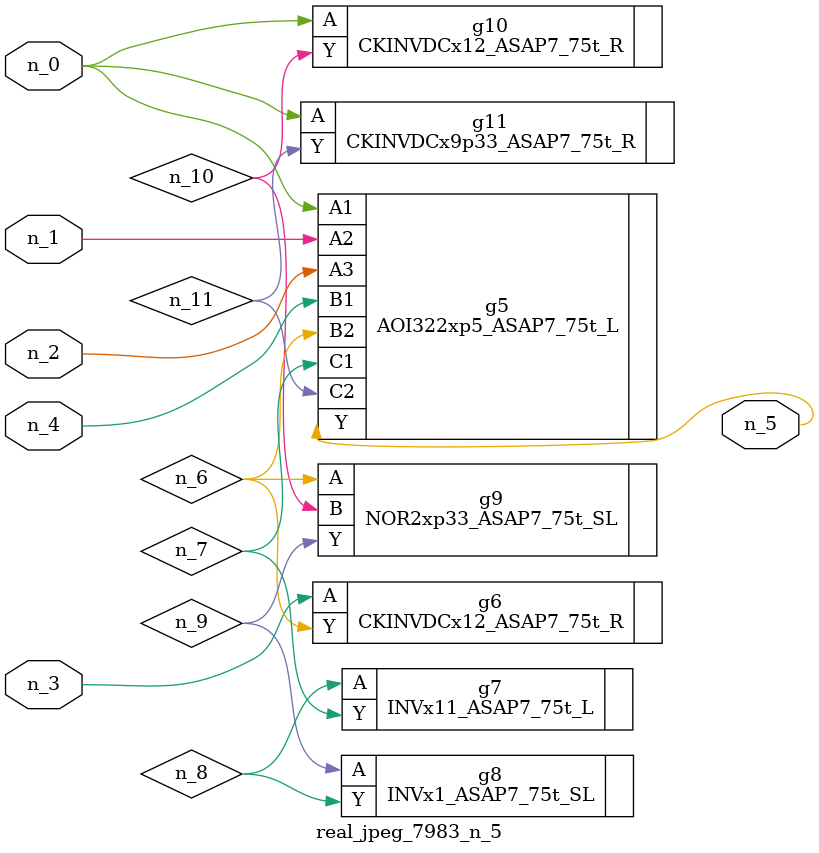
<source format=v>
module real_jpeg_7983_n_5 (n_4, n_0, n_1, n_2, n_3, n_5);

input n_4;
input n_0;
input n_1;
input n_2;
input n_3;

output n_5;

wire n_8;
wire n_11;
wire n_6;
wire n_7;
wire n_10;
wire n_9;

AOI322xp5_ASAP7_75t_L g5 ( 
.A1(n_0),
.A2(n_1),
.A3(n_2),
.B1(n_4),
.B2(n_6),
.C1(n_7),
.C2(n_11),
.Y(n_5)
);

CKINVDCx12_ASAP7_75t_R g10 ( 
.A(n_0),
.Y(n_10)
);

CKINVDCx9p33_ASAP7_75t_R g11 ( 
.A(n_0),
.Y(n_11)
);

CKINVDCx12_ASAP7_75t_R g6 ( 
.A(n_3),
.Y(n_6)
);

NOR2xp33_ASAP7_75t_SL g9 ( 
.A(n_6),
.B(n_10),
.Y(n_9)
);

INVx11_ASAP7_75t_L g7 ( 
.A(n_8),
.Y(n_7)
);

INVx1_ASAP7_75t_SL g8 ( 
.A(n_9),
.Y(n_8)
);


endmodule
</source>
